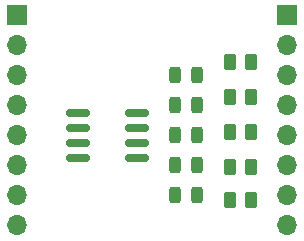
<source format=gts>
%TF.GenerationSoftware,KiCad,Pcbnew,7.0.10*%
%TF.CreationDate,2024-10-03T23:04:50-07:00*%
%TF.ProjectId,e155 pcb,65313535-2070-4636-922e-6b696361645f,rev?*%
%TF.SameCoordinates,Original*%
%TF.FileFunction,Soldermask,Top*%
%TF.FilePolarity,Negative*%
%FSLAX46Y46*%
G04 Gerber Fmt 4.6, Leading zero omitted, Abs format (unit mm)*
G04 Created by KiCad (PCBNEW 7.0.10) date 2024-10-03 23:04:50*
%MOMM*%
%LPD*%
G01*
G04 APERTURE LIST*
G04 Aperture macros list*
%AMRoundRect*
0 Rectangle with rounded corners*
0 $1 Rounding radius*
0 $2 $3 $4 $5 $6 $7 $8 $9 X,Y pos of 4 corners*
0 Add a 4 corners polygon primitive as box body*
4,1,4,$2,$3,$4,$5,$6,$7,$8,$9,$2,$3,0*
0 Add four circle primitives for the rounded corners*
1,1,$1+$1,$2,$3*
1,1,$1+$1,$4,$5*
1,1,$1+$1,$6,$7*
1,1,$1+$1,$8,$9*
0 Add four rect primitives between the rounded corners*
20,1,$1+$1,$2,$3,$4,$5,0*
20,1,$1+$1,$4,$5,$6,$7,0*
20,1,$1+$1,$6,$7,$8,$9,0*
20,1,$1+$1,$8,$9,$2,$3,0*%
G04 Aperture macros list end*
%ADD10RoundRect,0.243750X0.243750X0.456250X-0.243750X0.456250X-0.243750X-0.456250X0.243750X-0.456250X0*%
%ADD11RoundRect,0.150000X-0.825000X-0.150000X0.825000X-0.150000X0.825000X0.150000X-0.825000X0.150000X0*%
%ADD12RoundRect,0.250000X-0.262500X-0.450000X0.262500X-0.450000X0.262500X0.450000X-0.262500X0.450000X0*%
%ADD13R,1.700000X1.700000*%
%ADD14O,1.700000X1.700000*%
G04 APERTURE END LIST*
D10*
%TO.C,D4*%
X165100000Y-101600000D03*
X163225000Y-101600000D03*
%TD*%
D11*
%TO.C,U1*%
X155005000Y-97155000D03*
X155005000Y-98425000D03*
X155005000Y-99695000D03*
X155005000Y-100965000D03*
X159955000Y-100965000D03*
X159955000Y-99695000D03*
X159955000Y-98425000D03*
X159955000Y-97155000D03*
%TD*%
D12*
%TO.C,R5*%
X167852500Y-104535000D03*
X169677500Y-104535000D03*
%TD*%
%TO.C,R4*%
X167852500Y-101715000D03*
X169677500Y-101715000D03*
%TD*%
%TO.C,R3*%
X167852500Y-98765000D03*
X169677500Y-98765000D03*
%TD*%
%TO.C,R2*%
X167852500Y-95815000D03*
X169677500Y-95815000D03*
%TD*%
%TO.C,R1*%
X167852500Y-92865000D03*
X169677500Y-92865000D03*
%TD*%
D10*
%TO.C,D5*%
X163225000Y-104140000D03*
X165100000Y-104140000D03*
%TD*%
%TO.C,D3*%
X165100000Y-99060000D03*
X163225000Y-99060000D03*
%TD*%
%TO.C,D2*%
X163225000Y-96520000D03*
X165100000Y-96520000D03*
%TD*%
%TO.C,D1*%
X163225000Y-93980000D03*
X165100000Y-93980000D03*
%TD*%
D13*
%TO.C,J3*%
X172720000Y-88900000D03*
D14*
X172720000Y-91440000D03*
X172720000Y-93980000D03*
X172720000Y-96520000D03*
X172720000Y-99060000D03*
X172720000Y-101600000D03*
X172720000Y-104140000D03*
X172720000Y-106680000D03*
%TD*%
%TO.C,J2*%
X149860000Y-106680000D03*
X149860000Y-104140000D03*
X149860000Y-101600000D03*
X149860000Y-99060000D03*
X149860000Y-96520000D03*
X149860000Y-93980000D03*
X149860000Y-91440000D03*
D13*
X149860000Y-88900000D03*
%TD*%
M02*

</source>
